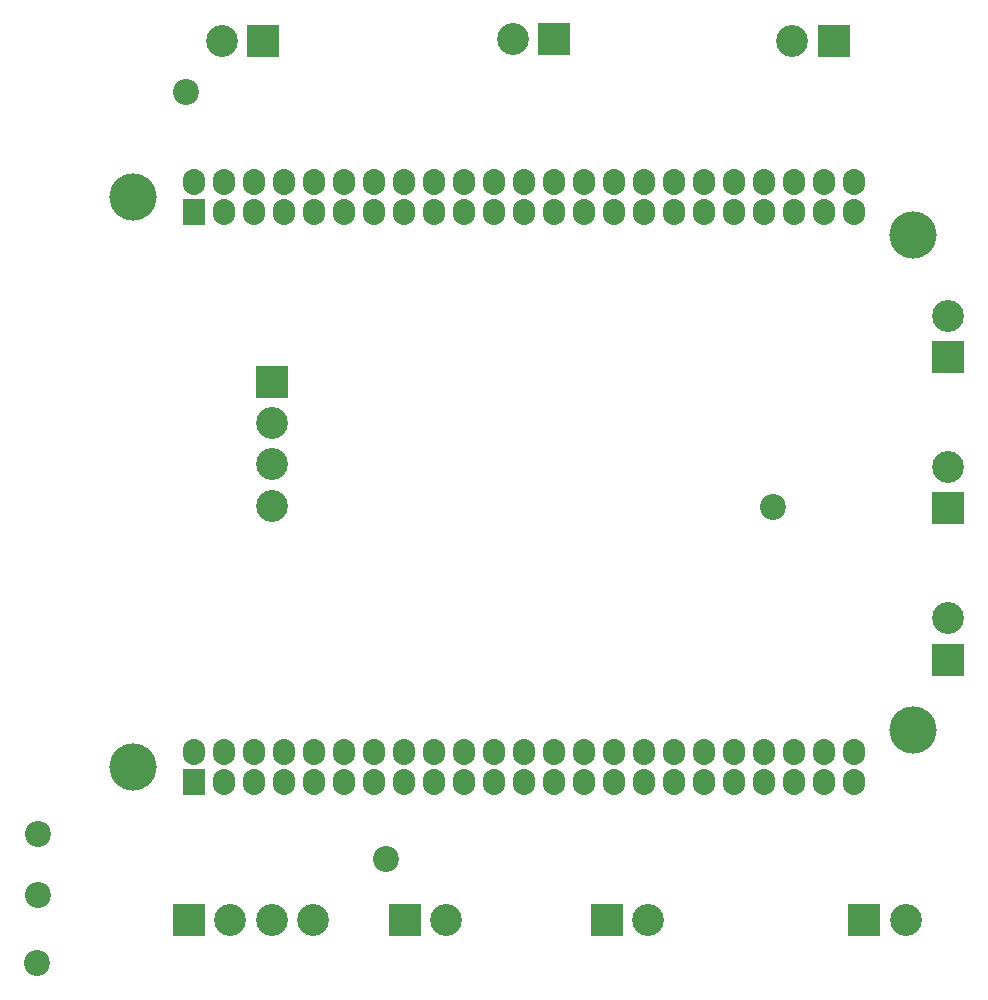
<source format=gbs>
G04 DipTrace 3.3.1.3*
G04 Powerboardv0.7.gbs*
%MOMM*%
G04 #@! TF.FileFunction,Soldermask,Bot*
G04 #@! TF.Part,Single*
%ADD68C,4.0*%
%ADD104R,1.90015X2.20015*%
%ADD106O,1.90015X2.20015*%
%ADD108C,2.20015*%
%ADD110R,2.70015X2.70015*%
%ADD112C,2.70015*%
%FSLAX35Y35*%
G04*
G71*
G90*
G75*
G01*
G04 BotMask*
%LPD*%
D112*
X3215000Y6163750D3*
D110*
X3565000D3*
D108*
X444500Y5715000D3*
X5414253Y2203087D3*
D112*
X1520000Y-1293997D3*
X1170000D3*
X820000D3*
D110*
X470000D3*
D112*
X1170000Y2214127D3*
Y2564127D3*
Y2914127D3*
D110*
Y3264127D3*
D108*
X-820000Y-1660000D3*
X2143123Y-777873D3*
X-810000Y-570000D3*
Y-1080000D3*
D112*
X4360000Y-1293997D3*
D110*
X4010000D3*
D112*
X6899377Y2540000D3*
D110*
Y2190000D3*
D112*
X2650000Y-1293997D3*
D110*
X2300000D3*
D112*
X6540000D3*
D110*
X6190000D3*
D112*
X6899377Y1260000D3*
D110*
Y910000D3*
D112*
Y3820000D3*
D110*
Y3470000D3*
D112*
X5580000Y6147873D3*
D110*
X5930000D3*
D112*
X750000D3*
D110*
X1100000D3*
D106*
X509997Y129990D3*
X763997D3*
X1017997D3*
X1271997D3*
X1525997D3*
X1779997D3*
X2033997D3*
X2287997D3*
X2541997D3*
X2795997D3*
X3049997D3*
X3303997D3*
X3557997D3*
X3811997D3*
X4065997D3*
X4319997D3*
X4573997D3*
X4827997D3*
X5081997D3*
X5335997D3*
X5589997D3*
X5843997D3*
X6097997D3*
Y-124010D3*
X5843997D3*
X5589997D3*
X5335997D3*
X5081997D3*
X4827997D3*
X4573997D3*
X4319997D3*
X4065997D3*
X3811997D3*
X3557997D3*
X3303997D3*
X3049997D3*
X2795997D3*
X2541997D3*
X2287997D3*
X2033997D3*
X1779997D3*
X1525997D3*
X1271997D3*
X1017997D3*
X763997D3*
D104*
X509997D3*
D106*
X510010Y4950003D3*
X764010D3*
X1018010D3*
X1272010D3*
X1526010D3*
X1780010D3*
X2034010D3*
X2288010D3*
X2542010D3*
X2796010D3*
X3050010D3*
X3304010D3*
X3558010D3*
X3812010D3*
X4066010D3*
X4320010D3*
X4574010D3*
X4828010D3*
X5082010D3*
X5336010D3*
X5590010D3*
X5844010D3*
X6098010D3*
Y4696003D3*
X5844010D3*
X5590010D3*
X5336010D3*
X5082010D3*
X4828010D3*
X4574010D3*
X4320010D3*
X4066010D3*
X3812010D3*
X3558010D3*
X3304010D3*
X3050010D3*
X2796010D3*
X2542010D3*
X2288010D3*
X2034010D3*
X1780010D3*
X1526010D3*
X1272010D3*
X1018010D3*
X764010D3*
D104*
X510010D3*
D68*
X0Y4826000D3*
X6604000Y4508500D3*
Y317500D3*
X0Y0D3*
M02*

</source>
